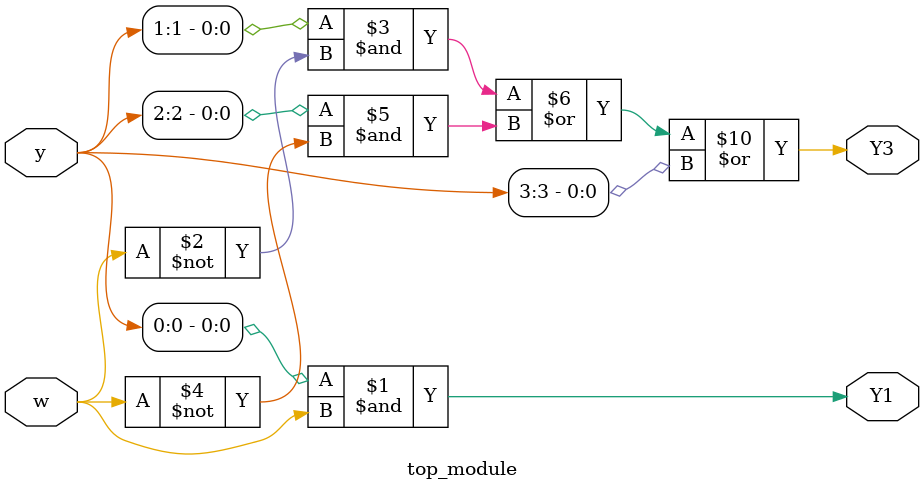
<source format=sv>
module top_module (
	input [5:0] y,
	input w,
	output Y1,
	output Y3
);

    // Logic for Y1
    assign Y1 = (y[0] &  w);  // A to B

    // Logic for Y3
    assign Y3 = (y[1] & ~w) |  // B to D
                (y[2] & ~w) |  // C to D
                (y[3] & (w | ~w));  // D to A on 0; to F on 1 (remains true for both)
endmodule

</source>
